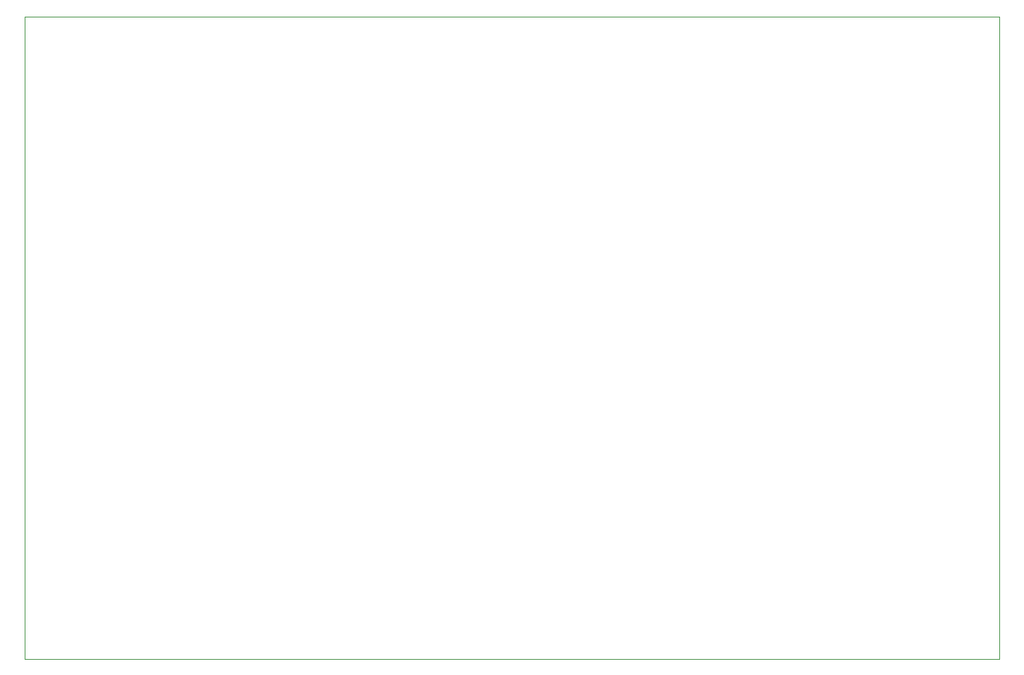
<source format=gbr>
G04 #@! TF.GenerationSoftware,KiCad,Pcbnew,(5.1.5)-3*
G04 #@! TF.CreationDate,2020-01-23T17:34:21-05:00*
G04 #@! TF.ProjectId,dmv,646d762e-6b69-4636-9164-5f7063625858,v01*
G04 #@! TF.SameCoordinates,Original*
G04 #@! TF.FileFunction,Profile,NP*
%FSLAX46Y46*%
G04 Gerber Fmt 4.6, Leading zero omitted, Abs format (unit mm)*
G04 Created by KiCad (PCBNEW (5.1.5)-3) date 2020-01-23 17:34:21*
%MOMM*%
%LPD*%
G04 APERTURE LIST*
%ADD10C,0.050000*%
G04 APERTURE END LIST*
D10*
X51435000Y-92075000D02*
X52070000Y-92075000D01*
X46990000Y-92075000D02*
X51435000Y-92075000D01*
X46990000Y-17145000D02*
X46990000Y-92075000D01*
X160655000Y-92075000D02*
X52070000Y-92075000D01*
X160655000Y-17145000D02*
X160655000Y-92075000D01*
X46990000Y-17145000D02*
X160655000Y-17145000D01*
M02*

</source>
